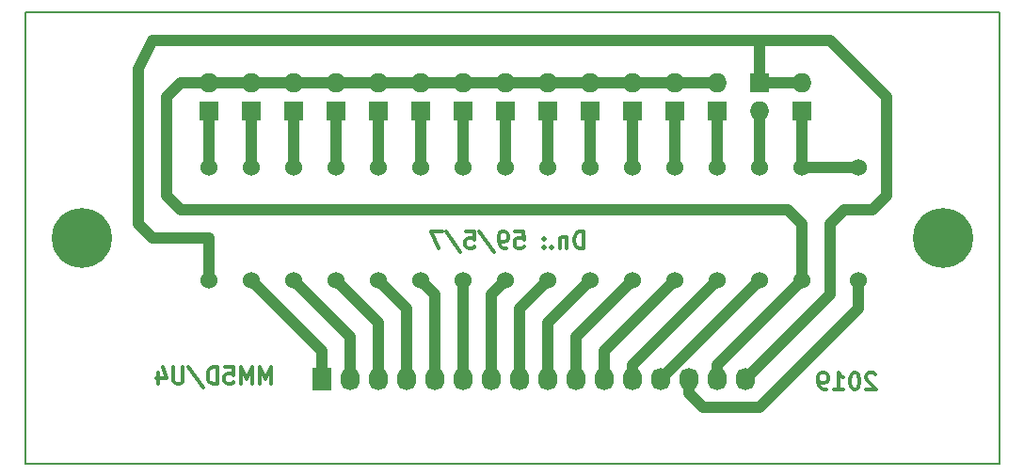
<source format=gbr>
%TF.GenerationSoftware,KiCad,Pcbnew,4.0.7*%
%TF.CreationDate,2020-03-02T22:45:31+01:00*%
%TF.ProjectId,u4,75342E6B696361645F70636200000000,191101*%
%TF.FileFunction,Copper,L2,Bot*%
%FSLAX46Y46*%
G04 Gerber Fmt 4.6, Leading zero omitted, Abs format (unit mm)*
G04 Created by KiCad (PCBNEW 4.0.7) date 03/02/20 22:45:31*
%MOMM*%
%LPD*%
G01*
G04 APERTURE LIST*
%ADD10C,0.150000*%
%ADD11C,0.300000*%
%ADD12C,1.524000*%
%ADD13R,1.727200X1.727200*%
%ADD14O,1.727200X1.727200*%
%ADD15C,5.400000*%
%ADD16R,1.727200X2.032000*%
%ADD17O,1.727200X2.032000*%
%ADD18C,1.000000*%
G04 APERTURE END LIST*
D10*
X102870000Y-115570000D02*
X102870000Y-114300000D01*
X190500000Y-115570000D02*
X102870000Y-115570000D01*
X190500000Y-114300000D02*
X190500000Y-115570000D01*
D11*
X153089714Y-96182571D02*
X153089714Y-94682571D01*
X152732571Y-94682571D01*
X152518286Y-94754000D01*
X152375428Y-94896857D01*
X152304000Y-95039714D01*
X152232571Y-95325429D01*
X152232571Y-95539714D01*
X152304000Y-95825429D01*
X152375428Y-95968286D01*
X152518286Y-96111143D01*
X152732571Y-96182571D01*
X153089714Y-96182571D01*
X151589714Y-95182571D02*
X151589714Y-96182571D01*
X151589714Y-95325429D02*
X151518286Y-95254000D01*
X151375428Y-95182571D01*
X151161143Y-95182571D01*
X151018286Y-95254000D01*
X150946857Y-95396857D01*
X150946857Y-96182571D01*
X150232571Y-96039714D02*
X150161143Y-96111143D01*
X150232571Y-96182571D01*
X150304000Y-96111143D01*
X150232571Y-96039714D01*
X150232571Y-96182571D01*
X149518285Y-96039714D02*
X149446857Y-96111143D01*
X149518285Y-96182571D01*
X149589714Y-96111143D01*
X149518285Y-96039714D01*
X149518285Y-96182571D01*
X149518285Y-95254000D02*
X149446857Y-95325429D01*
X149518285Y-95396857D01*
X149589714Y-95325429D01*
X149518285Y-95254000D01*
X149518285Y-95396857D01*
X146946856Y-94682571D02*
X147661142Y-94682571D01*
X147732571Y-95396857D01*
X147661142Y-95325429D01*
X147518285Y-95254000D01*
X147161142Y-95254000D01*
X147018285Y-95325429D01*
X146946856Y-95396857D01*
X146875428Y-95539714D01*
X146875428Y-95896857D01*
X146946856Y-96039714D01*
X147018285Y-96111143D01*
X147161142Y-96182571D01*
X147518285Y-96182571D01*
X147661142Y-96111143D01*
X147732571Y-96039714D01*
X146161143Y-96182571D02*
X145875428Y-96182571D01*
X145732571Y-96111143D01*
X145661143Y-96039714D01*
X145518285Y-95825429D01*
X145446857Y-95539714D01*
X145446857Y-94968286D01*
X145518285Y-94825429D01*
X145589714Y-94754000D01*
X145732571Y-94682571D01*
X146018285Y-94682571D01*
X146161143Y-94754000D01*
X146232571Y-94825429D01*
X146304000Y-94968286D01*
X146304000Y-95325429D01*
X146232571Y-95468286D01*
X146161143Y-95539714D01*
X146018285Y-95611143D01*
X145732571Y-95611143D01*
X145589714Y-95539714D01*
X145518285Y-95468286D01*
X145446857Y-95325429D01*
X143732572Y-94611143D02*
X145018286Y-96539714D01*
X142518285Y-94682571D02*
X143232571Y-94682571D01*
X143304000Y-95396857D01*
X143232571Y-95325429D01*
X143089714Y-95254000D01*
X142732571Y-95254000D01*
X142589714Y-95325429D01*
X142518285Y-95396857D01*
X142446857Y-95539714D01*
X142446857Y-95896857D01*
X142518285Y-96039714D01*
X142589714Y-96111143D01*
X142732571Y-96182571D01*
X143089714Y-96182571D01*
X143232571Y-96111143D01*
X143304000Y-96039714D01*
X140732572Y-94611143D02*
X142018286Y-96539714D01*
X140375428Y-94682571D02*
X139375428Y-94682571D01*
X140018285Y-96182571D01*
X124995143Y-108374571D02*
X124995143Y-106874571D01*
X124495143Y-107946000D01*
X123995143Y-106874571D01*
X123995143Y-108374571D01*
X123280857Y-108374571D02*
X123280857Y-106874571D01*
X122780857Y-107946000D01*
X122280857Y-106874571D01*
X122280857Y-108374571D01*
X120852285Y-106874571D02*
X121566571Y-106874571D01*
X121638000Y-107588857D01*
X121566571Y-107517429D01*
X121423714Y-107446000D01*
X121066571Y-107446000D01*
X120923714Y-107517429D01*
X120852285Y-107588857D01*
X120780857Y-107731714D01*
X120780857Y-108088857D01*
X120852285Y-108231714D01*
X120923714Y-108303143D01*
X121066571Y-108374571D01*
X121423714Y-108374571D01*
X121566571Y-108303143D01*
X121638000Y-108231714D01*
X120138000Y-108374571D02*
X120138000Y-106874571D01*
X119780857Y-106874571D01*
X119566572Y-106946000D01*
X119423714Y-107088857D01*
X119352286Y-107231714D01*
X119280857Y-107517429D01*
X119280857Y-107731714D01*
X119352286Y-108017429D01*
X119423714Y-108160286D01*
X119566572Y-108303143D01*
X119780857Y-108374571D01*
X120138000Y-108374571D01*
X117566572Y-106803143D02*
X118852286Y-108731714D01*
X117066571Y-106874571D02*
X117066571Y-108088857D01*
X116995143Y-108231714D01*
X116923714Y-108303143D01*
X116780857Y-108374571D01*
X116495143Y-108374571D01*
X116352285Y-108303143D01*
X116280857Y-108231714D01*
X116209428Y-108088857D01*
X116209428Y-106874571D01*
X114852285Y-107374571D02*
X114852285Y-108374571D01*
X115209428Y-106803143D02*
X115566571Y-107874571D01*
X114637999Y-107874571D01*
X179355428Y-107525429D02*
X179283999Y-107454000D01*
X179141142Y-107382571D01*
X178783999Y-107382571D01*
X178641142Y-107454000D01*
X178569713Y-107525429D01*
X178498285Y-107668286D01*
X178498285Y-107811143D01*
X178569713Y-108025429D01*
X179426856Y-108882571D01*
X178498285Y-108882571D01*
X177569714Y-107382571D02*
X177426857Y-107382571D01*
X177284000Y-107454000D01*
X177212571Y-107525429D01*
X177141142Y-107668286D01*
X177069714Y-107954000D01*
X177069714Y-108311143D01*
X177141142Y-108596857D01*
X177212571Y-108739714D01*
X177284000Y-108811143D01*
X177426857Y-108882571D01*
X177569714Y-108882571D01*
X177712571Y-108811143D01*
X177784000Y-108739714D01*
X177855428Y-108596857D01*
X177926857Y-108311143D01*
X177926857Y-107954000D01*
X177855428Y-107668286D01*
X177784000Y-107525429D01*
X177712571Y-107454000D01*
X177569714Y-107382571D01*
X175641143Y-108882571D02*
X176498286Y-108882571D01*
X176069714Y-108882571D02*
X176069714Y-107382571D01*
X176212571Y-107596857D01*
X176355429Y-107739714D01*
X176498286Y-107811143D01*
X174926858Y-108882571D02*
X174641143Y-108882571D01*
X174498286Y-108811143D01*
X174426858Y-108739714D01*
X174284000Y-108525429D01*
X174212572Y-108239714D01*
X174212572Y-107668286D01*
X174284000Y-107525429D01*
X174355429Y-107454000D01*
X174498286Y-107382571D01*
X174784000Y-107382571D01*
X174926858Y-107454000D01*
X174998286Y-107525429D01*
X175069715Y-107668286D01*
X175069715Y-108025429D01*
X174998286Y-108168286D01*
X174926858Y-108239714D01*
X174784000Y-108311143D01*
X174498286Y-108311143D01*
X174355429Y-108239714D01*
X174284000Y-108168286D01*
X174212572Y-108025429D01*
D10*
X190500000Y-114300000D02*
X190500000Y-113030000D01*
X102870000Y-74930000D02*
X102870000Y-114300000D01*
X190500000Y-74930000D02*
X102870000Y-74930000D01*
X190500000Y-113030000D02*
X190500000Y-74930000D01*
D12*
X149860000Y-99060000D03*
X149860000Y-88900000D03*
D13*
X149860000Y-83820000D03*
D14*
X149860000Y-81280000D03*
D13*
X153670000Y-83820000D03*
D14*
X153670000Y-81280000D03*
D12*
X153670000Y-99060000D03*
X153670000Y-88900000D03*
X161290000Y-99060000D03*
X161290000Y-88900000D03*
D13*
X161290000Y-83820000D03*
D14*
X161290000Y-81280000D03*
D13*
X157480000Y-83820000D03*
D14*
X157480000Y-81280000D03*
D12*
X157480000Y-99060000D03*
X157480000Y-88900000D03*
X172720000Y-99060000D03*
X172720000Y-88900000D03*
D13*
X172720000Y-83820000D03*
D14*
X172720000Y-81280000D03*
D12*
X168910000Y-99060000D03*
X168910000Y-88900000D03*
D13*
X168910000Y-81280000D03*
D14*
X168910000Y-83820000D03*
D13*
X165100000Y-83820000D03*
D14*
X165100000Y-81280000D03*
D12*
X165100000Y-99060000D03*
X165100000Y-88900000D03*
X134620000Y-99060000D03*
X134620000Y-88900000D03*
D13*
X134620000Y-83820000D03*
D14*
X134620000Y-81280000D03*
D13*
X138430000Y-83820000D03*
D14*
X138430000Y-81280000D03*
D12*
X138430000Y-99060000D03*
X138430000Y-88900000D03*
X146050000Y-99060000D03*
X146050000Y-88900000D03*
D13*
X146050000Y-83820000D03*
D14*
X146050000Y-81280000D03*
D13*
X142240000Y-83820000D03*
D14*
X142240000Y-81280000D03*
D12*
X142240000Y-99060000D03*
X142240000Y-88900000D03*
X127000000Y-99060000D03*
X127000000Y-88900000D03*
D13*
X127000000Y-83820000D03*
D14*
X127000000Y-81280000D03*
D13*
X130810000Y-83820000D03*
D14*
X130810000Y-81280000D03*
D12*
X130810000Y-99060000D03*
X130810000Y-88900000D03*
X123190000Y-99060000D03*
X123190000Y-88900000D03*
D13*
X123190000Y-83820000D03*
D14*
X123190000Y-81280000D03*
D15*
X107950000Y-95250000D03*
X185420000Y-95250000D03*
D13*
X119380000Y-83820000D03*
D14*
X119380000Y-81280000D03*
D12*
X119380000Y-99060000D03*
X119380000Y-88900000D03*
D16*
X129540000Y-107950000D03*
D17*
X132080000Y-107950000D03*
X134620000Y-107950000D03*
X137160000Y-107950000D03*
X139700000Y-107950000D03*
X142240000Y-107950000D03*
X144780000Y-107950000D03*
X147320000Y-107950000D03*
X149860000Y-107950000D03*
X152400000Y-107950000D03*
X154940000Y-107950000D03*
X157480000Y-107950000D03*
X160020000Y-107950000D03*
X162560000Y-107950000D03*
X165100000Y-107950000D03*
X167640000Y-107950000D03*
D12*
X177800000Y-99060000D03*
X177800000Y-88900000D03*
D18*
X177800000Y-99060000D02*
X177800000Y-101600000D01*
X162560000Y-109220000D02*
X162560000Y-107950000D01*
X163830000Y-110490000D02*
X162560000Y-109220000D01*
X168910000Y-110490000D02*
X163830000Y-110490000D01*
X177800000Y-101600000D02*
X168910000Y-110490000D01*
X172720000Y-88900000D02*
X177800000Y-88900000D01*
X168910000Y-77470000D02*
X168910000Y-78740000D01*
X168910000Y-78740000D02*
X168910000Y-81280000D01*
X167640000Y-107950000D02*
X175260000Y-100330000D01*
X175260000Y-77470000D02*
X168910000Y-77470000D01*
X168910000Y-77470000D02*
X167640000Y-77470000D01*
X180340000Y-82550000D02*
X175260000Y-77470000D01*
X180340000Y-91440000D02*
X180340000Y-82550000D01*
X179070000Y-92710000D02*
X180340000Y-91440000D01*
X176530000Y-92710000D02*
X179070000Y-92710000D01*
X175260000Y-93980000D02*
X176530000Y-92710000D01*
X175260000Y-100330000D02*
X175260000Y-93980000D01*
X119380000Y-81280000D02*
X116840000Y-81280000D01*
X172720000Y-93980000D02*
X172720000Y-99060000D01*
X171450000Y-92710000D02*
X172720000Y-93980000D01*
X116840000Y-92710000D02*
X171450000Y-92710000D01*
X115570000Y-91440000D02*
X116840000Y-92710000D01*
X115570000Y-82550000D02*
X115570000Y-91440000D01*
X116840000Y-81280000D02*
X115570000Y-82550000D01*
X168910000Y-81280000D02*
X172720000Y-81280000D01*
X114300000Y-77470000D02*
X167640000Y-77470000D01*
X113030000Y-80010000D02*
X114300000Y-77470000D01*
X113030000Y-93980000D02*
X113030000Y-80010000D01*
X114300000Y-95250000D02*
X113030000Y-93980000D01*
X119380000Y-95250000D02*
X114300000Y-95250000D01*
X119380000Y-95250000D02*
X119380000Y-99060000D01*
X165100000Y-107950000D02*
X165100000Y-106680000D01*
X165100000Y-106680000D02*
X172720000Y-99060000D01*
X160020000Y-107950000D02*
X168910000Y-99060000D01*
X129540000Y-107950000D02*
X129540000Y-105410000D01*
X129540000Y-105410000D02*
X123190000Y-99060000D01*
X132080000Y-107950000D02*
X132080000Y-104140000D01*
X132080000Y-104140000D02*
X127000000Y-99060000D01*
X134620000Y-107950000D02*
X134620000Y-102870000D01*
X134620000Y-102870000D02*
X130810000Y-99060000D01*
X137160000Y-107950000D02*
X137160000Y-101600000D01*
X137160000Y-101600000D02*
X134620000Y-99060000D01*
X139700000Y-107950000D02*
X139700000Y-100330000D01*
X139700000Y-100330000D02*
X138430000Y-99060000D01*
X142240000Y-107950000D02*
X142240000Y-99060000D01*
X144780000Y-107950000D02*
X144780000Y-100330000D01*
X144780000Y-100330000D02*
X146050000Y-99060000D01*
X147320000Y-107950000D02*
X147320000Y-101600000D01*
X147320000Y-101600000D02*
X149860000Y-99060000D01*
X149860000Y-107950000D02*
X149860000Y-102870000D01*
X149860000Y-102870000D02*
X153670000Y-99060000D01*
X152400000Y-107950000D02*
X152400000Y-104140000D01*
X152400000Y-104140000D02*
X157480000Y-99060000D01*
X154940000Y-107950000D02*
X154940000Y-105410000D01*
X154940000Y-105410000D02*
X161290000Y-99060000D01*
X157480000Y-107950000D02*
X157480000Y-106680000D01*
X157480000Y-106680000D02*
X165100000Y-99060000D01*
X165100000Y-81280000D02*
X119380000Y-81280000D01*
X172720000Y-83820000D02*
X172720000Y-88900000D01*
X168910000Y-83820000D02*
X168910000Y-88900000D01*
X165100000Y-83820000D02*
X165100000Y-88900000D01*
X161290000Y-83820000D02*
X161290000Y-88900000D01*
X157480000Y-83820000D02*
X157480000Y-88900000D01*
X153670000Y-88900000D02*
X153670000Y-83820000D01*
X149860000Y-83820000D02*
X149860000Y-88900000D01*
X146050000Y-88900000D02*
X146050000Y-83820000D01*
X142240000Y-83820000D02*
X142240000Y-88900000D01*
X138430000Y-88900000D02*
X138430000Y-83820000D01*
X134620000Y-83820000D02*
X134620000Y-88900000D01*
X130810000Y-88900000D02*
X130810000Y-83820000D01*
X127000000Y-83820000D02*
X127000000Y-88900000D01*
X123190000Y-88900000D02*
X123190000Y-83820000D01*
X119380000Y-83820000D02*
X119380000Y-88900000D01*
M02*

</source>
